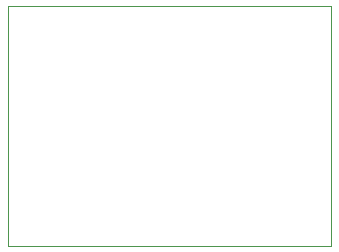
<source format=gko>
G75*
G70*
%OFA0B0*%
%FSLAX25Y25*%
%IPPOS*%
%LPD*%
%AMOC8*
5,1,8,0,0,1.08239X$1,22.5*
%
%ADD23C,0.00197*%
X0000000Y0000000D02*
%LPD*%
G01*
D23*
X0000000Y0079921D02*
X0107480Y0079921D01*
X0107480Y0000000D01*
X0000000Y0000000D01*
X0000000Y0079921D01*
X0073474Y0062992D02*
G01*
G75*
M02*

</source>
